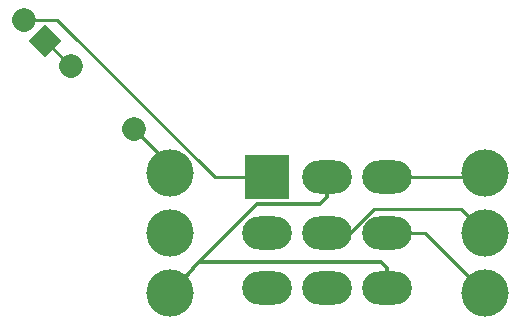
<source format=gbr>
G04 #@! TF.GenerationSoftware,KiCad,Pcbnew,(5.1.5-0-10_14)*
G04 #@! TF.CreationDate,2020-11-20T21:34:29+01:00*
G04 #@! TF.ProjectId,3pdt-45deg,33706474-2d34-4356-9465-672e6b696361,rev?*
G04 #@! TF.SameCoordinates,Original*
G04 #@! TF.FileFunction,Copper,L1,Top*
G04 #@! TF.FilePolarity,Positive*
%FSLAX46Y46*%
G04 Gerber Fmt 4.6, Leading zero omitted, Abs format (unit mm)*
G04 Created by KiCad (PCBNEW (5.1.5-0-10_14)) date 2020-11-20 21:34:29*
%MOMM*%
%LPD*%
G04 APERTURE LIST*
%ADD10O,4.200000X2.800000*%
%ADD11R,3.816000X3.816000*%
%ADD12C,0.100000*%
%ADD13C,2.000000*%
%ADD14C,4.000500*%
%ADD15C,0.300000*%
%ADD16C,0.250000*%
G04 APERTURE END LIST*
D10*
X200660000Y-68200000D03*
X200660000Y-63500000D03*
X200660000Y-58800000D03*
X195580000Y-68200000D03*
X195580000Y-63500000D03*
X195580000Y-58800000D03*
X190500000Y-68200000D03*
X190500000Y-63500000D03*
D11*
X190500000Y-58800000D03*
G04 #@! TA.AperFunction,ComponentPad*
D12*
G36*
X173127240Y-47253026D02*
G01*
X171713026Y-48667240D01*
X170298812Y-47253026D01*
X171713026Y-45838812D01*
X173127240Y-47253026D01*
G37*
G04 #@! TD.AperFunction*
D13*
X169916974Y-45456974D02*
X169916974Y-45456974D01*
D14*
X182245000Y-68580000D03*
X208915000Y-68580000D03*
X182245000Y-63500000D03*
X182245000Y-58420000D03*
X208915000Y-63500000D03*
X208915000Y-58420000D03*
D13*
X173835923Y-49375923D02*
X173835923Y-49375923D01*
X179224077Y-54764077D02*
X179224077Y-54764077D01*
D15*
X195580000Y-60500000D02*
X195580000Y-58800000D01*
X194971999Y-61108001D02*
X195580000Y-60500000D01*
X189646401Y-61108001D02*
X194971999Y-61108001D01*
X184245249Y-66579751D02*
X184245249Y-66509153D01*
X182245000Y-68580000D02*
X184245249Y-66579751D01*
X184749701Y-66004701D02*
X200164701Y-66004701D01*
X200660000Y-66500000D02*
X200660000Y-68200000D01*
X184245249Y-66509153D02*
X184749701Y-66004701D01*
X200164701Y-66004701D02*
X200660000Y-66500000D01*
X184749701Y-66004701D02*
X189646401Y-61108001D01*
D16*
X173835923Y-49375923D02*
X171713026Y-47253026D01*
X188342000Y-58800000D02*
X190500000Y-58800000D01*
X186066372Y-58800000D02*
X188342000Y-58800000D01*
X172723346Y-45456974D02*
X186066372Y-58800000D01*
X169916974Y-45456974D02*
X172723346Y-45456974D01*
X203835000Y-63500000D02*
X208915000Y-68580000D01*
X200660000Y-63500000D02*
X203835000Y-63500000D01*
X182245000Y-57785000D02*
X182245000Y-58420000D01*
X179224077Y-54764077D02*
X182245000Y-57785000D01*
X206914751Y-61499751D02*
X208915000Y-63500000D01*
X197520468Y-63500000D02*
X199520717Y-61499751D01*
X199520717Y-61499751D02*
X206914751Y-61499751D01*
X195580000Y-63500000D02*
X197520468Y-63500000D01*
X208535000Y-58800000D02*
X208915000Y-58420000D01*
X200660000Y-58800000D02*
X208535000Y-58800000D01*
M02*

</source>
